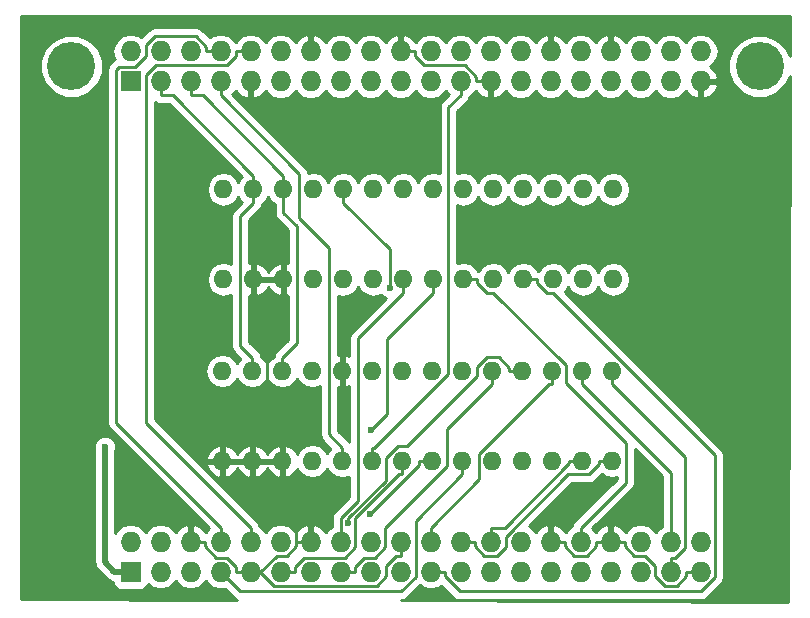
<source format=gbr>
G04 #@! TF.FileFunction,Copper,L2,Bot,Signal*
%FSLAX46Y46*%
G04 Gerber Fmt 4.6, Leading zero omitted, Abs format (unit mm)*
G04 Created by KiCad (PCBNEW 4.0.1-3.201512221401+6198~38~ubuntu15.10.1-stable) date Mon 19 Dec 2016 04:42:47 PM PST*
%MOMM*%
G01*
G04 APERTURE LIST*
%ADD10C,0.100000*%
%ADD11C,4.064000*%
%ADD12R,1.727200X1.727200*%
%ADD13O,1.727200X1.727200*%
%ADD14O,1.600000X1.600000*%
%ADD15C,0.600000*%
%ADD16C,0.500000*%
%ADD17C,0.250000*%
%ADD18C,0.254000*%
G04 APERTURE END LIST*
D10*
D11*
X100000000Y-50000000D03*
D12*
X105000000Y-92795000D03*
D13*
X105000000Y-90255000D03*
X107540000Y-92795000D03*
X107540000Y-90255000D03*
X110080000Y-92795000D03*
X110080000Y-90255000D03*
X112620000Y-92795000D03*
X112620000Y-90255000D03*
X115160000Y-92795000D03*
X115160000Y-90255000D03*
X117700000Y-92795000D03*
X117700000Y-90255000D03*
X120240000Y-92795000D03*
X120240000Y-90255000D03*
X122780000Y-92795000D03*
X122780000Y-90255000D03*
X125320000Y-92795000D03*
X125320000Y-90255000D03*
X127860000Y-92795000D03*
X127860000Y-90255000D03*
X130400000Y-92795000D03*
X130400000Y-90255000D03*
X132940000Y-92795000D03*
X132940000Y-90255000D03*
X135480000Y-92795000D03*
X135480000Y-90255000D03*
X138020000Y-92795000D03*
X138020000Y-90255000D03*
X140560000Y-92795000D03*
X140560000Y-90255000D03*
X143100000Y-92795000D03*
X143100000Y-90255000D03*
X145640000Y-92795000D03*
X145640000Y-90255000D03*
X148180000Y-92795000D03*
X148180000Y-90255000D03*
X150720000Y-92795000D03*
X150720000Y-90255000D03*
X153260000Y-92795000D03*
X153260000Y-90255000D03*
D12*
X105000000Y-51275000D03*
D13*
X105000000Y-48735000D03*
X107540000Y-51275000D03*
X107540000Y-48735000D03*
X110080000Y-51275000D03*
X110080000Y-48735000D03*
X112620000Y-51275000D03*
X112620000Y-48735000D03*
X115160000Y-51275000D03*
X115160000Y-48735000D03*
X117700000Y-51275000D03*
X117700000Y-48735000D03*
X120240000Y-51275000D03*
X120240000Y-48735000D03*
X122780000Y-51275000D03*
X122780000Y-48735000D03*
X125320000Y-51275000D03*
X125320000Y-48735000D03*
X127860000Y-51275000D03*
X127860000Y-48735000D03*
X130400000Y-51275000D03*
X130400000Y-48735000D03*
X132940000Y-51275000D03*
X132940000Y-48735000D03*
X135480000Y-51275000D03*
X135480000Y-48735000D03*
X138020000Y-51275000D03*
X138020000Y-48735000D03*
X140560000Y-51275000D03*
X140560000Y-48735000D03*
X143100000Y-51275000D03*
X143100000Y-48735000D03*
X145640000Y-51275000D03*
X145640000Y-48735000D03*
X148180000Y-51275000D03*
X148180000Y-48735000D03*
X150720000Y-51275000D03*
X150720000Y-48735000D03*
X153260000Y-51275000D03*
X153260000Y-48735000D03*
D14*
X145890000Y-60430000D03*
X143350000Y-60430000D03*
X140810000Y-60430000D03*
X138270000Y-60430000D03*
X135730000Y-60430000D03*
X133190000Y-60430000D03*
X130650000Y-60430000D03*
X128110000Y-60430000D03*
X125570000Y-60430000D03*
X123030000Y-60430000D03*
X120490000Y-60430000D03*
X117950000Y-60430000D03*
X115410000Y-60430000D03*
X112870000Y-60430000D03*
X112870000Y-68050000D03*
X115410000Y-68050000D03*
X117950000Y-68050000D03*
X120490000Y-68050000D03*
X123030000Y-68050000D03*
X125570000Y-68050000D03*
X128110000Y-68050000D03*
X130650000Y-68050000D03*
X133190000Y-68050000D03*
X135730000Y-68050000D03*
X138270000Y-68050000D03*
X140810000Y-68050000D03*
X143350000Y-68050000D03*
X145890000Y-68050000D03*
X145785000Y-75810000D03*
X143245000Y-75810000D03*
X140705000Y-75810000D03*
X138165000Y-75810000D03*
X135625000Y-75810000D03*
X133085000Y-75810000D03*
X130545000Y-75810000D03*
X128005000Y-75810000D03*
X125465000Y-75810000D03*
X122925000Y-75810000D03*
X120385000Y-75810000D03*
X117845000Y-75810000D03*
X115305000Y-75810000D03*
X112765000Y-75810000D03*
X112765000Y-83430000D03*
X115305000Y-83430000D03*
X117845000Y-83430000D03*
X120385000Y-83430000D03*
X122925000Y-83430000D03*
X125465000Y-83430000D03*
X128005000Y-83430000D03*
X130545000Y-83430000D03*
X133085000Y-83430000D03*
X135625000Y-83430000D03*
X138165000Y-83430000D03*
X140705000Y-83430000D03*
X143245000Y-83430000D03*
X145785000Y-83430000D03*
D11*
X158260000Y-50000000D03*
D15*
X102830000Y-82210000D03*
X126968400Y-68753600D03*
X125274800Y-87935100D03*
X123414700Y-88637300D03*
X125328400Y-80832200D03*
D16*
X102830000Y-91988600D02*
X102830000Y-82210000D01*
X103636000Y-92795000D02*
X102830000Y-91988600D01*
X105000000Y-92795000D02*
X103636000Y-92795000D01*
D17*
X126968400Y-65493700D02*
X126968400Y-68753600D01*
X123030000Y-61555300D02*
X126968400Y-65493700D01*
X123030000Y-60430000D02*
X123030000Y-61555300D01*
X146828900Y-90626600D02*
X146828900Y-90255000D01*
X147646200Y-91443900D02*
X146828900Y-90626600D01*
X148532200Y-91443900D02*
X147646200Y-91443900D01*
X149369000Y-92280700D02*
X148532200Y-91443900D01*
X149369000Y-93130500D02*
X149369000Y-92280700D01*
X150223400Y-93984900D02*
X149369000Y-93130500D01*
X151252700Y-93984900D02*
X150223400Y-93984900D01*
X152071100Y-93166500D02*
X151252700Y-93984900D01*
X152071100Y-92795000D02*
X152071100Y-93166500D01*
X153260000Y-92795000D02*
X152071100Y-92795000D01*
X146228600Y-90255000D02*
X146828900Y-90255000D01*
X146228600Y-90255000D02*
X145640000Y-90255000D01*
X141748900Y-90626600D02*
X141748900Y-90255000D01*
X142566200Y-91443900D02*
X141748900Y-90626600D01*
X143633700Y-91443900D02*
X142566200Y-91443900D01*
X144451100Y-90626500D02*
X143633700Y-91443900D01*
X144451100Y-90255000D02*
X144451100Y-90626500D01*
X145640000Y-90255000D02*
X144451100Y-90255000D01*
X140560000Y-90255000D02*
X141748900Y-90255000D01*
X129048900Y-49106600D02*
X129048900Y-48735000D01*
X129866200Y-49923900D02*
X129048900Y-49106600D01*
X133311600Y-49923900D02*
X129866200Y-49923900D01*
X134291100Y-50903400D02*
X133311600Y-49923900D01*
X134291100Y-51275000D02*
X134291100Y-50903400D01*
X135480000Y-51275000D02*
X134291100Y-51275000D01*
X127860000Y-48735000D02*
X129048900Y-48735000D01*
X110080000Y-90255000D02*
X111268900Y-90255000D01*
X127860000Y-90255000D02*
X127860000Y-91443900D01*
X111268900Y-90626600D02*
X111268900Y-90255000D01*
X112248400Y-91606100D02*
X111268900Y-90626600D01*
X113153800Y-91606100D02*
X112248400Y-91606100D01*
X113971100Y-92423400D02*
X113153800Y-91606100D01*
X113971100Y-92795000D02*
X113971100Y-92423400D01*
X115160000Y-92795000D02*
X115748600Y-92795000D01*
X115160000Y-92795000D02*
X113971100Y-92795000D01*
X120240000Y-90255000D02*
X119051100Y-90255000D01*
X117123300Y-93983900D02*
X115976500Y-92837100D01*
X125856300Y-93983900D02*
X117123300Y-93983900D01*
X126671100Y-93169100D02*
X125856300Y-93983900D01*
X126671100Y-92272500D02*
X126671100Y-93169100D01*
X127499700Y-91443900D02*
X126671100Y-92272500D01*
X127860000Y-91443900D02*
X127499700Y-91443900D01*
X115790700Y-92837100D02*
X115976500Y-92837100D01*
X115748600Y-92795000D02*
X115790700Y-92837100D01*
X119051100Y-90626600D02*
X119051100Y-90255000D01*
X118233800Y-91443900D02*
X119051100Y-90626600D01*
X117369700Y-91443900D02*
X118233800Y-91443900D01*
X115976500Y-92837100D02*
X117369700Y-91443900D01*
X119051100Y-85761400D02*
X119051100Y-90255000D01*
X117845000Y-84555300D02*
X119051100Y-85761400D01*
X117845000Y-83992600D02*
X117845000Y-84555300D01*
X117845000Y-83992600D02*
X117845000Y-83430000D01*
X116535300Y-70300600D02*
X115410000Y-69175300D01*
X116535300Y-80995000D02*
X116535300Y-70300600D01*
X117845000Y-82304700D02*
X116535300Y-80995000D01*
X117845000Y-83430000D02*
X117845000Y-82304700D01*
X115410000Y-68050000D02*
X115410000Y-69175300D01*
X114278200Y-94453200D02*
X112620000Y-92795000D01*
X127899500Y-94453200D02*
X114278200Y-94453200D01*
X129130000Y-93222700D02*
X127899500Y-94453200D01*
X129130000Y-88510300D02*
X129130000Y-93222700D01*
X133085000Y-84555300D02*
X129130000Y-88510300D01*
X133085000Y-83430000D02*
X133085000Y-84555300D01*
X103770600Y-80216700D02*
X112620000Y-89066100D01*
X103770600Y-50297700D02*
X103770600Y-80216700D01*
X103982300Y-50086000D02*
X103770600Y-50297700D01*
X105388800Y-50086000D02*
X103982300Y-50086000D01*
X106301800Y-49173000D02*
X105388800Y-50086000D01*
X106301800Y-48241100D02*
X106301800Y-49173000D01*
X107085500Y-47457400D02*
X106301800Y-48241100D01*
X110525000Y-47457400D02*
X107085500Y-47457400D01*
X111431100Y-48363500D02*
X110525000Y-47457400D01*
X111431100Y-48735000D02*
X111431100Y-48363500D01*
X112620000Y-48735000D02*
X111431100Y-48735000D01*
X112620000Y-90255000D02*
X112620000Y-89066100D01*
X106301600Y-80207700D02*
X115160000Y-89066100D01*
X106301600Y-50775400D02*
X106301600Y-80207700D01*
X107153100Y-49923900D02*
X106301600Y-50775400D01*
X113153800Y-49923900D02*
X107153100Y-49923900D01*
X113971100Y-49106600D02*
X113153800Y-49923900D01*
X113971100Y-48735000D02*
X113971100Y-49106600D01*
X115160000Y-48735000D02*
X113971100Y-48735000D01*
X115160000Y-90255000D02*
X115160000Y-89066100D01*
X128005000Y-83430000D02*
X128005000Y-84555300D01*
X117700000Y-92795000D02*
X118888900Y-92795000D01*
X118888900Y-92423400D02*
X118888900Y-92795000D01*
X119706200Y-91606100D02*
X118888900Y-92423400D01*
X123121900Y-91606100D02*
X119706200Y-91606100D01*
X124040000Y-90688000D02*
X123121900Y-91606100D01*
X124040000Y-88285600D02*
X124040000Y-90688000D01*
X127770300Y-84555300D02*
X124040000Y-88285600D01*
X128005000Y-84555300D02*
X127770300Y-84555300D01*
X129419700Y-83790200D02*
X125274800Y-87935100D01*
X129419700Y-83430000D02*
X129419700Y-83790200D01*
X130545000Y-83430000D02*
X129419700Y-83430000D01*
X138165000Y-75810000D02*
X137039700Y-75810000D01*
X123414700Y-88274000D02*
X123414700Y-88637300D01*
X126590400Y-85098300D02*
X123414700Y-88274000D01*
X126590400Y-83210900D02*
X126590400Y-85098300D01*
X127685900Y-82115400D02*
X126590400Y-83210900D01*
X128447100Y-82115400D02*
X127685900Y-82115400D01*
X134355000Y-76207500D02*
X128447100Y-82115400D01*
X134355000Y-75479600D02*
X134355000Y-76207500D01*
X135184300Y-74650300D02*
X134355000Y-75479600D01*
X136161300Y-74650300D02*
X135184300Y-74650300D01*
X137039700Y-75528700D02*
X136161300Y-74650300D01*
X137039700Y-75810000D02*
X137039700Y-75528700D01*
X123968900Y-92423400D02*
X123968900Y-92795000D01*
X124786200Y-91606100D02*
X123968900Y-92423400D01*
X125695000Y-91606100D02*
X124786200Y-91606100D01*
X126562900Y-90738200D02*
X125695000Y-91606100D01*
X126562900Y-89059000D02*
X126562900Y-90738200D01*
X131815000Y-83806900D02*
X126562900Y-89059000D01*
X131815000Y-80745300D02*
X131815000Y-83806900D01*
X135625000Y-76935300D02*
X131815000Y-80745300D01*
X135625000Y-75810000D02*
X135625000Y-76935300D01*
X122780000Y-92795000D02*
X123968900Y-92795000D01*
X128110000Y-68050000D02*
X128110000Y-69175300D01*
X122780000Y-90255000D02*
X122780000Y-89066100D01*
X122780000Y-88271800D02*
X122780000Y-89066100D01*
X124282000Y-86769800D02*
X122780000Y-88271800D01*
X124282000Y-73003300D02*
X124282000Y-86769800D01*
X128110000Y-69175300D02*
X124282000Y-73003300D01*
X126735000Y-79425600D02*
X125328400Y-80832200D01*
X126735000Y-73090300D02*
X126735000Y-79425600D01*
X130650000Y-69175300D02*
X126735000Y-73090300D01*
X130650000Y-68050000D02*
X130650000Y-69175300D01*
X131588900Y-93166500D02*
X131588900Y-92795000D01*
X132873300Y-94450900D02*
X131588900Y-93166500D01*
X153305700Y-94450900D02*
X132873300Y-94450900D01*
X154479700Y-93276900D02*
X153305700Y-94450900D01*
X154479700Y-82912000D02*
X154479700Y-93276900D01*
X140743000Y-69175300D02*
X154479700Y-82912000D01*
X140239200Y-69175300D02*
X140743000Y-69175300D01*
X139395300Y-68331400D02*
X140239200Y-69175300D01*
X139395300Y-68050000D02*
X139395300Y-68331400D01*
X138270000Y-68050000D02*
X139395300Y-68050000D01*
X130400000Y-92795000D02*
X131588900Y-92795000D01*
X140705000Y-75810000D02*
X140705000Y-76935300D01*
X134499600Y-84966500D02*
X130400000Y-89066100D01*
X134499600Y-82859400D02*
X134499600Y-84966500D01*
X140423700Y-76935300D02*
X134499600Y-82859400D01*
X140705000Y-76935300D02*
X140423700Y-76935300D01*
X130400000Y-90255000D02*
X130400000Y-89066100D01*
X134128900Y-90626600D02*
X134128900Y-90255000D01*
X134946200Y-91443900D02*
X134128900Y-90626600D01*
X136029100Y-91443900D02*
X134946200Y-91443900D01*
X136750000Y-90723000D02*
X136029100Y-91443900D01*
X136750000Y-89838300D02*
X136750000Y-90723000D01*
X142033000Y-84555300D02*
X136750000Y-89838300D01*
X143815800Y-84555300D02*
X142033000Y-84555300D01*
X144659700Y-83711400D02*
X143815800Y-84555300D01*
X144659700Y-83430000D02*
X144659700Y-83711400D01*
X145785000Y-83430000D02*
X144659700Y-83430000D01*
X132940000Y-90255000D02*
X134128900Y-90255000D01*
X136668900Y-89066100D02*
X135480000Y-89066100D01*
X142119700Y-83615300D02*
X136668900Y-89066100D01*
X142119700Y-83430000D02*
X142119700Y-83615300D01*
X143245000Y-83430000D02*
X142119700Y-83430000D01*
X135480000Y-90255000D02*
X135480000Y-89066100D01*
X133190000Y-68050000D02*
X134315300Y-68050000D01*
X143100000Y-90255000D02*
X143100000Y-89066100D01*
X146917000Y-85249100D02*
X143100000Y-89066100D01*
X146917000Y-81881000D02*
X146917000Y-85249100D01*
X141830400Y-76794400D02*
X146917000Y-81881000D01*
X141830400Y-75293200D02*
X141830400Y-76794400D01*
X135712500Y-69175300D02*
X141830400Y-75293200D01*
X135159200Y-69175300D02*
X135712500Y-69175300D01*
X134315300Y-68331400D02*
X135159200Y-69175300D01*
X134315300Y-68050000D02*
X134315300Y-68331400D01*
X145785000Y-75810000D02*
X145785000Y-76935300D01*
X150720000Y-92795000D02*
X150720000Y-91606100D01*
X151091600Y-91606100D02*
X150720000Y-91606100D01*
X151908900Y-90788800D02*
X151091600Y-91606100D01*
X151908900Y-83059200D02*
X151908900Y-90788800D01*
X145785000Y-76935300D02*
X151908900Y-83059200D01*
X150720000Y-84410300D02*
X150720000Y-90255000D01*
X143245000Y-76935300D02*
X150720000Y-84410300D01*
X143245000Y-75810000D02*
X143245000Y-76935300D01*
X108569200Y-52463900D02*
X107540000Y-52463900D01*
X115410000Y-59304700D02*
X108569200Y-52463900D01*
X115410000Y-60430000D02*
X115410000Y-59304700D01*
X107540000Y-51275000D02*
X107540000Y-52463900D01*
X114284700Y-62680600D02*
X115410000Y-61555300D01*
X114284700Y-73664400D02*
X114284700Y-62680600D01*
X115305000Y-74684700D02*
X114284700Y-73664400D01*
X115410000Y-60430000D02*
X115410000Y-61555300D01*
X115305000Y-75810000D02*
X115305000Y-74684700D01*
X117845000Y-75810000D02*
X117845000Y-74684700D01*
X117950000Y-60992600D02*
X117950000Y-61555300D01*
X117950000Y-60992600D02*
X117950000Y-60430000D01*
X119075300Y-73454400D02*
X117845000Y-74684700D01*
X119075300Y-63529700D02*
X119075300Y-73454400D01*
X117950000Y-62404400D02*
X119075300Y-63529700D01*
X117950000Y-61555300D02*
X117950000Y-62404400D01*
X111109200Y-52463900D02*
X117950000Y-59304700D01*
X110080000Y-52463900D02*
X111109200Y-52463900D01*
X117950000Y-60430000D02*
X117950000Y-59304700D01*
X110080000Y-51275000D02*
X110080000Y-52463900D01*
X121799700Y-81179400D02*
X122925000Y-82304700D01*
X121799700Y-65391900D02*
X121799700Y-81179400D01*
X119300400Y-62892600D02*
X121799700Y-65391900D01*
X119300400Y-59144300D02*
X119300400Y-62892600D01*
X112620000Y-52463900D02*
X119300400Y-59144300D01*
X112620000Y-51275000D02*
X112620000Y-52463900D01*
X122925000Y-83430000D02*
X122925000Y-82304700D01*
X125465000Y-83430000D02*
X125465000Y-82304700D01*
X132940000Y-51275000D02*
X132940000Y-52463900D01*
X125655600Y-82304700D02*
X125465000Y-82304700D01*
X131920000Y-76040300D02*
X125655600Y-82304700D01*
X131920000Y-53483900D02*
X131920000Y-76040300D01*
X132940000Y-52463900D02*
X131920000Y-53483900D01*
D18*
G36*
X160804233Y-49173591D02*
X160522291Y-48491239D01*
X159772707Y-47740345D01*
X158792827Y-47333464D01*
X157731828Y-47332538D01*
X156751239Y-47737709D01*
X156000345Y-48487293D01*
X155593464Y-49467173D01*
X155592538Y-50528172D01*
X155997709Y-51508761D01*
X156747293Y-52259655D01*
X157727173Y-52666536D01*
X158788172Y-52667462D01*
X159768761Y-52262291D01*
X160519655Y-51512707D01*
X160800237Y-50836990D01*
X160693306Y-95342495D01*
X127905306Y-95212045D01*
X128190339Y-95155348D01*
X128436901Y-94990601D01*
X129467945Y-93959557D01*
X129797152Y-94179526D01*
X130370641Y-94293600D01*
X130429359Y-94293600D01*
X131002848Y-94179526D01*
X131317128Y-93969530D01*
X132335899Y-94988301D01*
X132582461Y-95153048D01*
X132873300Y-95210900D01*
X153305700Y-95210900D01*
X153596539Y-95153048D01*
X153843101Y-94988301D01*
X155017101Y-93814301D01*
X155181848Y-93567739D01*
X155239700Y-93276900D01*
X155239700Y-82912000D01*
X155181848Y-82621161D01*
X155181848Y-82621160D01*
X155017101Y-82374599D01*
X141771116Y-69128614D01*
X141824698Y-69092811D01*
X142080000Y-68710725D01*
X142335302Y-69092811D01*
X142800849Y-69403880D01*
X143350000Y-69513113D01*
X143899151Y-69403880D01*
X144364698Y-69092811D01*
X144620000Y-68710725D01*
X144875302Y-69092811D01*
X145340849Y-69403880D01*
X145890000Y-69513113D01*
X146439151Y-69403880D01*
X146904698Y-69092811D01*
X147215767Y-68627264D01*
X147325000Y-68078113D01*
X147325000Y-68021887D01*
X147215767Y-67472736D01*
X146904698Y-67007189D01*
X146439151Y-66696120D01*
X145890000Y-66586887D01*
X145340849Y-66696120D01*
X144875302Y-67007189D01*
X144620000Y-67389275D01*
X144364698Y-67007189D01*
X143899151Y-66696120D01*
X143350000Y-66586887D01*
X142800849Y-66696120D01*
X142335302Y-67007189D01*
X142080000Y-67389275D01*
X141824698Y-67007189D01*
X141359151Y-66696120D01*
X140810000Y-66586887D01*
X140260849Y-66696120D01*
X139795302Y-67007189D01*
X139581576Y-67327053D01*
X139485679Y-67307978D01*
X139284698Y-67007189D01*
X138819151Y-66696120D01*
X138270000Y-66586887D01*
X137720849Y-66696120D01*
X137255302Y-67007189D01*
X137000000Y-67389275D01*
X136744698Y-67007189D01*
X136279151Y-66696120D01*
X135730000Y-66586887D01*
X135180849Y-66696120D01*
X134715302Y-67007189D01*
X134501576Y-67327053D01*
X134405679Y-67307978D01*
X134204698Y-67007189D01*
X133739151Y-66696120D01*
X133190000Y-66586887D01*
X132680000Y-66688332D01*
X132680000Y-61791668D01*
X133190000Y-61893113D01*
X133739151Y-61783880D01*
X134204698Y-61472811D01*
X134460000Y-61090725D01*
X134715302Y-61472811D01*
X135180849Y-61783880D01*
X135730000Y-61893113D01*
X136279151Y-61783880D01*
X136744698Y-61472811D01*
X137000000Y-61090725D01*
X137255302Y-61472811D01*
X137720849Y-61783880D01*
X138270000Y-61893113D01*
X138819151Y-61783880D01*
X139284698Y-61472811D01*
X139540000Y-61090725D01*
X139795302Y-61472811D01*
X140260849Y-61783880D01*
X140810000Y-61893113D01*
X141359151Y-61783880D01*
X141824698Y-61472811D01*
X142080000Y-61090725D01*
X142335302Y-61472811D01*
X142800849Y-61783880D01*
X143350000Y-61893113D01*
X143899151Y-61783880D01*
X144364698Y-61472811D01*
X144620000Y-61090725D01*
X144875302Y-61472811D01*
X145340849Y-61783880D01*
X145890000Y-61893113D01*
X146439151Y-61783880D01*
X146904698Y-61472811D01*
X147215767Y-61007264D01*
X147325000Y-60458113D01*
X147325000Y-60401887D01*
X147215767Y-59852736D01*
X146904698Y-59387189D01*
X146439151Y-59076120D01*
X145890000Y-58966887D01*
X145340849Y-59076120D01*
X144875302Y-59387189D01*
X144620000Y-59769275D01*
X144364698Y-59387189D01*
X143899151Y-59076120D01*
X143350000Y-58966887D01*
X142800849Y-59076120D01*
X142335302Y-59387189D01*
X142080000Y-59769275D01*
X141824698Y-59387189D01*
X141359151Y-59076120D01*
X140810000Y-58966887D01*
X140260849Y-59076120D01*
X139795302Y-59387189D01*
X139540000Y-59769275D01*
X139284698Y-59387189D01*
X138819151Y-59076120D01*
X138270000Y-58966887D01*
X137720849Y-59076120D01*
X137255302Y-59387189D01*
X137000000Y-59769275D01*
X136744698Y-59387189D01*
X136279151Y-59076120D01*
X135730000Y-58966887D01*
X135180849Y-59076120D01*
X134715302Y-59387189D01*
X134460000Y-59769275D01*
X134204698Y-59387189D01*
X133739151Y-59076120D01*
X133190000Y-58966887D01*
X132680000Y-59068332D01*
X132680000Y-53798702D01*
X133477401Y-53001301D01*
X133642148Y-52754739D01*
X133679211Y-52568411D01*
X134029029Y-52334670D01*
X134209992Y-52063839D01*
X134591510Y-52481821D01*
X135120973Y-52729968D01*
X135353000Y-52609469D01*
X135353000Y-51402000D01*
X135333000Y-51402000D01*
X135333000Y-51148000D01*
X135353000Y-51148000D01*
X135353000Y-51128000D01*
X135607000Y-51128000D01*
X135607000Y-51148000D01*
X135627000Y-51148000D01*
X135627000Y-51402000D01*
X135607000Y-51402000D01*
X135607000Y-52609469D01*
X135839027Y-52729968D01*
X136368490Y-52481821D01*
X136750008Y-52063839D01*
X136930971Y-52334670D01*
X137417152Y-52659526D01*
X137990641Y-52773600D01*
X138049359Y-52773600D01*
X138622848Y-52659526D01*
X139109029Y-52334670D01*
X139290000Y-52063828D01*
X139470971Y-52334670D01*
X139957152Y-52659526D01*
X140530641Y-52773600D01*
X140589359Y-52773600D01*
X141162848Y-52659526D01*
X141649029Y-52334670D01*
X141830000Y-52063828D01*
X142010971Y-52334670D01*
X142497152Y-52659526D01*
X143070641Y-52773600D01*
X143129359Y-52773600D01*
X143702848Y-52659526D01*
X144189029Y-52334670D01*
X144370000Y-52063828D01*
X144550971Y-52334670D01*
X145037152Y-52659526D01*
X145610641Y-52773600D01*
X145669359Y-52773600D01*
X146242848Y-52659526D01*
X146729029Y-52334670D01*
X146910000Y-52063828D01*
X147090971Y-52334670D01*
X147577152Y-52659526D01*
X148150641Y-52773600D01*
X148209359Y-52773600D01*
X148782848Y-52659526D01*
X149269029Y-52334670D01*
X149450000Y-52063828D01*
X149630971Y-52334670D01*
X150117152Y-52659526D01*
X150690641Y-52773600D01*
X150749359Y-52773600D01*
X151322848Y-52659526D01*
X151809029Y-52334670D01*
X151989992Y-52063839D01*
X152371510Y-52481821D01*
X152900973Y-52729968D01*
X153133000Y-52609469D01*
X153133000Y-51402000D01*
X153387000Y-51402000D01*
X153387000Y-52609469D01*
X153619027Y-52729968D01*
X154148490Y-52481821D01*
X154542688Y-52049947D01*
X154714958Y-51634026D01*
X154593817Y-51402000D01*
X153387000Y-51402000D01*
X153133000Y-51402000D01*
X153113000Y-51402000D01*
X153113000Y-51148000D01*
X153133000Y-51148000D01*
X153133000Y-51128000D01*
X153387000Y-51128000D01*
X153387000Y-51148000D01*
X154593817Y-51148000D01*
X154714958Y-50915974D01*
X154542688Y-50500053D01*
X154148490Y-50068179D01*
X154025772Y-50010664D01*
X154349029Y-49794670D01*
X154673885Y-49308489D01*
X154787959Y-48735000D01*
X154673885Y-48161511D01*
X154349029Y-47675330D01*
X153862848Y-47350474D01*
X153289359Y-47236400D01*
X153230641Y-47236400D01*
X152657152Y-47350474D01*
X152170971Y-47675330D01*
X151990000Y-47946172D01*
X151809029Y-47675330D01*
X151322848Y-47350474D01*
X150749359Y-47236400D01*
X150690641Y-47236400D01*
X150117152Y-47350474D01*
X149630971Y-47675330D01*
X149450000Y-47946172D01*
X149269029Y-47675330D01*
X148782848Y-47350474D01*
X148209359Y-47236400D01*
X148150641Y-47236400D01*
X147577152Y-47350474D01*
X147090971Y-47675330D01*
X146910008Y-47946161D01*
X146528490Y-47528179D01*
X145999027Y-47280032D01*
X145767000Y-47400531D01*
X145767000Y-48608000D01*
X145787000Y-48608000D01*
X145787000Y-48862000D01*
X145767000Y-48862000D01*
X145767000Y-48882000D01*
X145513000Y-48882000D01*
X145513000Y-48862000D01*
X145493000Y-48862000D01*
X145493000Y-48608000D01*
X145513000Y-48608000D01*
X145513000Y-47400531D01*
X145280973Y-47280032D01*
X144751510Y-47528179D01*
X144369992Y-47946161D01*
X144189029Y-47675330D01*
X143702848Y-47350474D01*
X143129359Y-47236400D01*
X143070641Y-47236400D01*
X142497152Y-47350474D01*
X142010971Y-47675330D01*
X141830008Y-47946161D01*
X141448490Y-47528179D01*
X140919027Y-47280032D01*
X140687000Y-47400531D01*
X140687000Y-48608000D01*
X140707000Y-48608000D01*
X140707000Y-48862000D01*
X140687000Y-48862000D01*
X140687000Y-48882000D01*
X140433000Y-48882000D01*
X140433000Y-48862000D01*
X140413000Y-48862000D01*
X140413000Y-48608000D01*
X140433000Y-48608000D01*
X140433000Y-47400531D01*
X140200973Y-47280032D01*
X139671510Y-47528179D01*
X139289992Y-47946161D01*
X139109029Y-47675330D01*
X138622848Y-47350474D01*
X138049359Y-47236400D01*
X137990641Y-47236400D01*
X137417152Y-47350474D01*
X136930971Y-47675330D01*
X136750000Y-47946172D01*
X136569029Y-47675330D01*
X136082848Y-47350474D01*
X135509359Y-47236400D01*
X135450641Y-47236400D01*
X134877152Y-47350474D01*
X134390971Y-47675330D01*
X134210000Y-47946172D01*
X134029029Y-47675330D01*
X133542848Y-47350474D01*
X132969359Y-47236400D01*
X132910641Y-47236400D01*
X132337152Y-47350474D01*
X131850971Y-47675330D01*
X131670000Y-47946172D01*
X131489029Y-47675330D01*
X131002848Y-47350474D01*
X130429359Y-47236400D01*
X130370641Y-47236400D01*
X129797152Y-47350474D01*
X129310971Y-47675330D01*
X129130008Y-47946161D01*
X128748490Y-47528179D01*
X128219027Y-47280032D01*
X127987000Y-47400531D01*
X127987000Y-48608000D01*
X128007000Y-48608000D01*
X128007000Y-48862000D01*
X127987000Y-48862000D01*
X127987000Y-48882000D01*
X127733000Y-48882000D01*
X127733000Y-48862000D01*
X127713000Y-48862000D01*
X127713000Y-48608000D01*
X127733000Y-48608000D01*
X127733000Y-47400531D01*
X127500973Y-47280032D01*
X126971510Y-47528179D01*
X126589992Y-47946161D01*
X126409029Y-47675330D01*
X125922848Y-47350474D01*
X125349359Y-47236400D01*
X125290641Y-47236400D01*
X124717152Y-47350474D01*
X124230971Y-47675330D01*
X124050000Y-47946172D01*
X123869029Y-47675330D01*
X123382848Y-47350474D01*
X122809359Y-47236400D01*
X122750641Y-47236400D01*
X122177152Y-47350474D01*
X121690971Y-47675330D01*
X121510008Y-47946161D01*
X121128490Y-47528179D01*
X120599027Y-47280032D01*
X120367000Y-47400531D01*
X120367000Y-48608000D01*
X120387000Y-48608000D01*
X120387000Y-48862000D01*
X120367000Y-48862000D01*
X120367000Y-48882000D01*
X120113000Y-48882000D01*
X120113000Y-48862000D01*
X120093000Y-48862000D01*
X120093000Y-48608000D01*
X120113000Y-48608000D01*
X120113000Y-47400531D01*
X119880973Y-47280032D01*
X119351510Y-47528179D01*
X118969992Y-47946161D01*
X118789029Y-47675330D01*
X118302848Y-47350474D01*
X117729359Y-47236400D01*
X117670641Y-47236400D01*
X117097152Y-47350474D01*
X116610971Y-47675330D01*
X116430000Y-47946172D01*
X116249029Y-47675330D01*
X115762848Y-47350474D01*
X115189359Y-47236400D01*
X115130641Y-47236400D01*
X114557152Y-47350474D01*
X114070971Y-47675330D01*
X113890000Y-47946172D01*
X113709029Y-47675330D01*
X113222848Y-47350474D01*
X112649359Y-47236400D01*
X112590641Y-47236400D01*
X112017152Y-47350474D01*
X111702872Y-47560470D01*
X111062401Y-46919999D01*
X110815839Y-46755252D01*
X110525000Y-46697400D01*
X107085500Y-46697400D01*
X106794660Y-46755252D01*
X106548099Y-46919999D01*
X105911434Y-47556664D01*
X105602848Y-47350474D01*
X105029359Y-47236400D01*
X104970641Y-47236400D01*
X104397152Y-47350474D01*
X103910971Y-47675330D01*
X103586115Y-48161511D01*
X103472041Y-48735000D01*
X103586115Y-49308489D01*
X103653444Y-49409254D01*
X103444899Y-49548599D01*
X103233199Y-49760299D01*
X103068452Y-50006861D01*
X103010600Y-50297700D01*
X103010600Y-80216700D01*
X103068452Y-80507539D01*
X103233199Y-80754101D01*
X111616967Y-89137870D01*
X111530971Y-89195330D01*
X111350008Y-89466161D01*
X110968490Y-89048179D01*
X110439027Y-88800032D01*
X110207000Y-88920531D01*
X110207000Y-90128000D01*
X110227000Y-90128000D01*
X110227000Y-90382000D01*
X110207000Y-90382000D01*
X110207000Y-90402000D01*
X109953000Y-90402000D01*
X109953000Y-90382000D01*
X109933000Y-90382000D01*
X109933000Y-90128000D01*
X109953000Y-90128000D01*
X109953000Y-88920531D01*
X109720973Y-88800032D01*
X109191510Y-89048179D01*
X108809992Y-89466161D01*
X108629029Y-89195330D01*
X108142848Y-88870474D01*
X107569359Y-88756400D01*
X107510641Y-88756400D01*
X106937152Y-88870474D01*
X106450971Y-89195330D01*
X106270000Y-89466172D01*
X106089029Y-89195330D01*
X105602848Y-88870474D01*
X105029359Y-88756400D01*
X104970641Y-88756400D01*
X104397152Y-88870474D01*
X103910971Y-89195330D01*
X103715000Y-89488621D01*
X103715000Y-82516822D01*
X103764838Y-82396799D01*
X103765162Y-82024833D01*
X103623117Y-81681057D01*
X103360327Y-81417808D01*
X103016799Y-81275162D01*
X102644833Y-81274838D01*
X102301057Y-81416883D01*
X102037808Y-81679673D01*
X101895162Y-82023201D01*
X101894838Y-82395167D01*
X101945000Y-82516569D01*
X101945000Y-91988375D01*
X101944999Y-91988380D01*
X101945000Y-91988385D01*
X101945000Y-91988600D01*
X101978306Y-92156041D01*
X102012283Y-92327072D01*
X102012345Y-92327165D01*
X102012367Y-92327275D01*
X102108988Y-92471879D01*
X102204055Y-92614234D01*
X102204208Y-92614387D01*
X102204210Y-92614390D01*
X102204213Y-92614392D01*
X103010055Y-93420634D01*
X103010147Y-93420695D01*
X103010210Y-93420790D01*
X103155618Y-93517948D01*
X103297123Y-93612549D01*
X103297232Y-93612571D01*
X103297325Y-93612633D01*
X103464652Y-93645917D01*
X103488960Y-93650758D01*
X103488960Y-93658600D01*
X103533238Y-93893917D01*
X103672310Y-94110041D01*
X103884510Y-94255031D01*
X104136400Y-94306040D01*
X105863600Y-94306040D01*
X106098917Y-94261762D01*
X106315041Y-94122690D01*
X106460031Y-93910490D01*
X106468908Y-93866655D01*
X106937152Y-94179526D01*
X107510641Y-94293600D01*
X107569359Y-94293600D01*
X108142848Y-94179526D01*
X108629029Y-93854670D01*
X108810000Y-93583828D01*
X108990971Y-93854670D01*
X109477152Y-94179526D01*
X110050641Y-94293600D01*
X110109359Y-94293600D01*
X110682848Y-94179526D01*
X111169029Y-93854670D01*
X111350000Y-93583828D01*
X111530971Y-93854670D01*
X112017152Y-94179526D01*
X112590641Y-94293600D01*
X112649359Y-94293600D01*
X112978356Y-94228158D01*
X113740799Y-94990601D01*
X113987361Y-95155348D01*
X113994150Y-95156698D01*
X95710000Y-95083953D01*
X95710000Y-50528172D01*
X97332538Y-50528172D01*
X97737709Y-51508761D01*
X98487293Y-52259655D01*
X99467173Y-52666536D01*
X100528172Y-52667462D01*
X101508761Y-52262291D01*
X102259655Y-51512707D01*
X102666536Y-50532827D01*
X102667462Y-49471828D01*
X102262291Y-48491239D01*
X101512707Y-47740345D01*
X100532827Y-47333464D01*
X99471828Y-47332538D01*
X98491239Y-47737709D01*
X97740345Y-48487293D01*
X97333464Y-49467173D01*
X97332538Y-50528172D01*
X95710000Y-50528172D01*
X95710000Y-48466007D01*
X95716662Y-45710000D01*
X160812555Y-45710000D01*
X160804233Y-49173591D01*
X160804233Y-49173591D01*
G37*
X160804233Y-49173591D02*
X160522291Y-48491239D01*
X159772707Y-47740345D01*
X158792827Y-47333464D01*
X157731828Y-47332538D01*
X156751239Y-47737709D01*
X156000345Y-48487293D01*
X155593464Y-49467173D01*
X155592538Y-50528172D01*
X155997709Y-51508761D01*
X156747293Y-52259655D01*
X157727173Y-52666536D01*
X158788172Y-52667462D01*
X159768761Y-52262291D01*
X160519655Y-51512707D01*
X160800237Y-50836990D01*
X160693306Y-95342495D01*
X127905306Y-95212045D01*
X128190339Y-95155348D01*
X128436901Y-94990601D01*
X129467945Y-93959557D01*
X129797152Y-94179526D01*
X130370641Y-94293600D01*
X130429359Y-94293600D01*
X131002848Y-94179526D01*
X131317128Y-93969530D01*
X132335899Y-94988301D01*
X132582461Y-95153048D01*
X132873300Y-95210900D01*
X153305700Y-95210900D01*
X153596539Y-95153048D01*
X153843101Y-94988301D01*
X155017101Y-93814301D01*
X155181848Y-93567739D01*
X155239700Y-93276900D01*
X155239700Y-82912000D01*
X155181848Y-82621161D01*
X155181848Y-82621160D01*
X155017101Y-82374599D01*
X141771116Y-69128614D01*
X141824698Y-69092811D01*
X142080000Y-68710725D01*
X142335302Y-69092811D01*
X142800849Y-69403880D01*
X143350000Y-69513113D01*
X143899151Y-69403880D01*
X144364698Y-69092811D01*
X144620000Y-68710725D01*
X144875302Y-69092811D01*
X145340849Y-69403880D01*
X145890000Y-69513113D01*
X146439151Y-69403880D01*
X146904698Y-69092811D01*
X147215767Y-68627264D01*
X147325000Y-68078113D01*
X147325000Y-68021887D01*
X147215767Y-67472736D01*
X146904698Y-67007189D01*
X146439151Y-66696120D01*
X145890000Y-66586887D01*
X145340849Y-66696120D01*
X144875302Y-67007189D01*
X144620000Y-67389275D01*
X144364698Y-67007189D01*
X143899151Y-66696120D01*
X143350000Y-66586887D01*
X142800849Y-66696120D01*
X142335302Y-67007189D01*
X142080000Y-67389275D01*
X141824698Y-67007189D01*
X141359151Y-66696120D01*
X140810000Y-66586887D01*
X140260849Y-66696120D01*
X139795302Y-67007189D01*
X139581576Y-67327053D01*
X139485679Y-67307978D01*
X139284698Y-67007189D01*
X138819151Y-66696120D01*
X138270000Y-66586887D01*
X137720849Y-66696120D01*
X137255302Y-67007189D01*
X137000000Y-67389275D01*
X136744698Y-67007189D01*
X136279151Y-66696120D01*
X135730000Y-66586887D01*
X135180849Y-66696120D01*
X134715302Y-67007189D01*
X134501576Y-67327053D01*
X134405679Y-67307978D01*
X134204698Y-67007189D01*
X133739151Y-66696120D01*
X133190000Y-66586887D01*
X132680000Y-66688332D01*
X132680000Y-61791668D01*
X133190000Y-61893113D01*
X133739151Y-61783880D01*
X134204698Y-61472811D01*
X134460000Y-61090725D01*
X134715302Y-61472811D01*
X135180849Y-61783880D01*
X135730000Y-61893113D01*
X136279151Y-61783880D01*
X136744698Y-61472811D01*
X137000000Y-61090725D01*
X137255302Y-61472811D01*
X137720849Y-61783880D01*
X138270000Y-61893113D01*
X138819151Y-61783880D01*
X139284698Y-61472811D01*
X139540000Y-61090725D01*
X139795302Y-61472811D01*
X140260849Y-61783880D01*
X140810000Y-61893113D01*
X141359151Y-61783880D01*
X141824698Y-61472811D01*
X142080000Y-61090725D01*
X142335302Y-61472811D01*
X142800849Y-61783880D01*
X143350000Y-61893113D01*
X143899151Y-61783880D01*
X144364698Y-61472811D01*
X144620000Y-61090725D01*
X144875302Y-61472811D01*
X145340849Y-61783880D01*
X145890000Y-61893113D01*
X146439151Y-61783880D01*
X146904698Y-61472811D01*
X147215767Y-61007264D01*
X147325000Y-60458113D01*
X147325000Y-60401887D01*
X147215767Y-59852736D01*
X146904698Y-59387189D01*
X146439151Y-59076120D01*
X145890000Y-58966887D01*
X145340849Y-59076120D01*
X144875302Y-59387189D01*
X144620000Y-59769275D01*
X144364698Y-59387189D01*
X143899151Y-59076120D01*
X143350000Y-58966887D01*
X142800849Y-59076120D01*
X142335302Y-59387189D01*
X142080000Y-59769275D01*
X141824698Y-59387189D01*
X141359151Y-59076120D01*
X140810000Y-58966887D01*
X140260849Y-59076120D01*
X139795302Y-59387189D01*
X139540000Y-59769275D01*
X139284698Y-59387189D01*
X138819151Y-59076120D01*
X138270000Y-58966887D01*
X137720849Y-59076120D01*
X137255302Y-59387189D01*
X137000000Y-59769275D01*
X136744698Y-59387189D01*
X136279151Y-59076120D01*
X135730000Y-58966887D01*
X135180849Y-59076120D01*
X134715302Y-59387189D01*
X134460000Y-59769275D01*
X134204698Y-59387189D01*
X133739151Y-59076120D01*
X133190000Y-58966887D01*
X132680000Y-59068332D01*
X132680000Y-53798702D01*
X133477401Y-53001301D01*
X133642148Y-52754739D01*
X133679211Y-52568411D01*
X134029029Y-52334670D01*
X134209992Y-52063839D01*
X134591510Y-52481821D01*
X135120973Y-52729968D01*
X135353000Y-52609469D01*
X135353000Y-51402000D01*
X135333000Y-51402000D01*
X135333000Y-51148000D01*
X135353000Y-51148000D01*
X135353000Y-51128000D01*
X135607000Y-51128000D01*
X135607000Y-51148000D01*
X135627000Y-51148000D01*
X135627000Y-51402000D01*
X135607000Y-51402000D01*
X135607000Y-52609469D01*
X135839027Y-52729968D01*
X136368490Y-52481821D01*
X136750008Y-52063839D01*
X136930971Y-52334670D01*
X137417152Y-52659526D01*
X137990641Y-52773600D01*
X138049359Y-52773600D01*
X138622848Y-52659526D01*
X139109029Y-52334670D01*
X139290000Y-52063828D01*
X139470971Y-52334670D01*
X139957152Y-52659526D01*
X140530641Y-52773600D01*
X140589359Y-52773600D01*
X141162848Y-52659526D01*
X141649029Y-52334670D01*
X141830000Y-52063828D01*
X142010971Y-52334670D01*
X142497152Y-52659526D01*
X143070641Y-52773600D01*
X143129359Y-52773600D01*
X143702848Y-52659526D01*
X144189029Y-52334670D01*
X144370000Y-52063828D01*
X144550971Y-52334670D01*
X145037152Y-52659526D01*
X145610641Y-52773600D01*
X145669359Y-52773600D01*
X146242848Y-52659526D01*
X146729029Y-52334670D01*
X146910000Y-52063828D01*
X147090971Y-52334670D01*
X147577152Y-52659526D01*
X148150641Y-52773600D01*
X148209359Y-52773600D01*
X148782848Y-52659526D01*
X149269029Y-52334670D01*
X149450000Y-52063828D01*
X149630971Y-52334670D01*
X150117152Y-52659526D01*
X150690641Y-52773600D01*
X150749359Y-52773600D01*
X151322848Y-52659526D01*
X151809029Y-52334670D01*
X151989992Y-52063839D01*
X152371510Y-52481821D01*
X152900973Y-52729968D01*
X153133000Y-52609469D01*
X153133000Y-51402000D01*
X153387000Y-51402000D01*
X153387000Y-52609469D01*
X153619027Y-52729968D01*
X154148490Y-52481821D01*
X154542688Y-52049947D01*
X154714958Y-51634026D01*
X154593817Y-51402000D01*
X153387000Y-51402000D01*
X153133000Y-51402000D01*
X153113000Y-51402000D01*
X153113000Y-51148000D01*
X153133000Y-51148000D01*
X153133000Y-51128000D01*
X153387000Y-51128000D01*
X153387000Y-51148000D01*
X154593817Y-51148000D01*
X154714958Y-50915974D01*
X154542688Y-50500053D01*
X154148490Y-50068179D01*
X154025772Y-50010664D01*
X154349029Y-49794670D01*
X154673885Y-49308489D01*
X154787959Y-48735000D01*
X154673885Y-48161511D01*
X154349029Y-47675330D01*
X153862848Y-47350474D01*
X153289359Y-47236400D01*
X153230641Y-47236400D01*
X152657152Y-47350474D01*
X152170971Y-47675330D01*
X151990000Y-47946172D01*
X151809029Y-47675330D01*
X151322848Y-47350474D01*
X150749359Y-47236400D01*
X150690641Y-47236400D01*
X150117152Y-47350474D01*
X149630971Y-47675330D01*
X149450000Y-47946172D01*
X149269029Y-47675330D01*
X148782848Y-47350474D01*
X148209359Y-47236400D01*
X148150641Y-47236400D01*
X147577152Y-47350474D01*
X147090971Y-47675330D01*
X146910008Y-47946161D01*
X146528490Y-47528179D01*
X145999027Y-47280032D01*
X145767000Y-47400531D01*
X145767000Y-48608000D01*
X145787000Y-48608000D01*
X145787000Y-48862000D01*
X145767000Y-48862000D01*
X145767000Y-48882000D01*
X145513000Y-48882000D01*
X145513000Y-48862000D01*
X145493000Y-48862000D01*
X145493000Y-48608000D01*
X145513000Y-48608000D01*
X145513000Y-47400531D01*
X145280973Y-47280032D01*
X144751510Y-47528179D01*
X144369992Y-47946161D01*
X144189029Y-47675330D01*
X143702848Y-47350474D01*
X143129359Y-47236400D01*
X143070641Y-47236400D01*
X142497152Y-47350474D01*
X142010971Y-47675330D01*
X141830008Y-47946161D01*
X141448490Y-47528179D01*
X140919027Y-47280032D01*
X140687000Y-47400531D01*
X140687000Y-48608000D01*
X140707000Y-48608000D01*
X140707000Y-48862000D01*
X140687000Y-48862000D01*
X140687000Y-48882000D01*
X140433000Y-48882000D01*
X140433000Y-48862000D01*
X140413000Y-48862000D01*
X140413000Y-48608000D01*
X140433000Y-48608000D01*
X140433000Y-47400531D01*
X140200973Y-47280032D01*
X139671510Y-47528179D01*
X139289992Y-47946161D01*
X139109029Y-47675330D01*
X138622848Y-47350474D01*
X138049359Y-47236400D01*
X137990641Y-47236400D01*
X137417152Y-47350474D01*
X136930971Y-47675330D01*
X136750000Y-47946172D01*
X136569029Y-47675330D01*
X136082848Y-47350474D01*
X135509359Y-47236400D01*
X135450641Y-47236400D01*
X134877152Y-47350474D01*
X134390971Y-47675330D01*
X134210000Y-47946172D01*
X134029029Y-47675330D01*
X133542848Y-47350474D01*
X132969359Y-47236400D01*
X132910641Y-47236400D01*
X132337152Y-47350474D01*
X131850971Y-47675330D01*
X131670000Y-47946172D01*
X131489029Y-47675330D01*
X131002848Y-47350474D01*
X130429359Y-47236400D01*
X130370641Y-47236400D01*
X129797152Y-47350474D01*
X129310971Y-47675330D01*
X129130008Y-47946161D01*
X128748490Y-47528179D01*
X128219027Y-47280032D01*
X127987000Y-47400531D01*
X127987000Y-48608000D01*
X128007000Y-48608000D01*
X128007000Y-48862000D01*
X127987000Y-48862000D01*
X127987000Y-48882000D01*
X127733000Y-48882000D01*
X127733000Y-48862000D01*
X127713000Y-48862000D01*
X127713000Y-48608000D01*
X127733000Y-48608000D01*
X127733000Y-47400531D01*
X127500973Y-47280032D01*
X126971510Y-47528179D01*
X126589992Y-47946161D01*
X126409029Y-47675330D01*
X125922848Y-47350474D01*
X125349359Y-47236400D01*
X125290641Y-47236400D01*
X124717152Y-47350474D01*
X124230971Y-47675330D01*
X124050000Y-47946172D01*
X123869029Y-47675330D01*
X123382848Y-47350474D01*
X122809359Y-47236400D01*
X122750641Y-47236400D01*
X122177152Y-47350474D01*
X121690971Y-47675330D01*
X121510008Y-47946161D01*
X121128490Y-47528179D01*
X120599027Y-47280032D01*
X120367000Y-47400531D01*
X120367000Y-48608000D01*
X120387000Y-48608000D01*
X120387000Y-48862000D01*
X120367000Y-48862000D01*
X120367000Y-48882000D01*
X120113000Y-48882000D01*
X120113000Y-48862000D01*
X120093000Y-48862000D01*
X120093000Y-48608000D01*
X120113000Y-48608000D01*
X120113000Y-47400531D01*
X119880973Y-47280032D01*
X119351510Y-47528179D01*
X118969992Y-47946161D01*
X118789029Y-47675330D01*
X118302848Y-47350474D01*
X117729359Y-47236400D01*
X117670641Y-47236400D01*
X117097152Y-47350474D01*
X116610971Y-47675330D01*
X116430000Y-47946172D01*
X116249029Y-47675330D01*
X115762848Y-47350474D01*
X115189359Y-47236400D01*
X115130641Y-47236400D01*
X114557152Y-47350474D01*
X114070971Y-47675330D01*
X113890000Y-47946172D01*
X113709029Y-47675330D01*
X113222848Y-47350474D01*
X112649359Y-47236400D01*
X112590641Y-47236400D01*
X112017152Y-47350474D01*
X111702872Y-47560470D01*
X111062401Y-46919999D01*
X110815839Y-46755252D01*
X110525000Y-46697400D01*
X107085500Y-46697400D01*
X106794660Y-46755252D01*
X106548099Y-46919999D01*
X105911434Y-47556664D01*
X105602848Y-47350474D01*
X105029359Y-47236400D01*
X104970641Y-47236400D01*
X104397152Y-47350474D01*
X103910971Y-47675330D01*
X103586115Y-48161511D01*
X103472041Y-48735000D01*
X103586115Y-49308489D01*
X103653444Y-49409254D01*
X103444899Y-49548599D01*
X103233199Y-49760299D01*
X103068452Y-50006861D01*
X103010600Y-50297700D01*
X103010600Y-80216700D01*
X103068452Y-80507539D01*
X103233199Y-80754101D01*
X111616967Y-89137870D01*
X111530971Y-89195330D01*
X111350008Y-89466161D01*
X110968490Y-89048179D01*
X110439027Y-88800032D01*
X110207000Y-88920531D01*
X110207000Y-90128000D01*
X110227000Y-90128000D01*
X110227000Y-90382000D01*
X110207000Y-90382000D01*
X110207000Y-90402000D01*
X109953000Y-90402000D01*
X109953000Y-90382000D01*
X109933000Y-90382000D01*
X109933000Y-90128000D01*
X109953000Y-90128000D01*
X109953000Y-88920531D01*
X109720973Y-88800032D01*
X109191510Y-89048179D01*
X108809992Y-89466161D01*
X108629029Y-89195330D01*
X108142848Y-88870474D01*
X107569359Y-88756400D01*
X107510641Y-88756400D01*
X106937152Y-88870474D01*
X106450971Y-89195330D01*
X106270000Y-89466172D01*
X106089029Y-89195330D01*
X105602848Y-88870474D01*
X105029359Y-88756400D01*
X104970641Y-88756400D01*
X104397152Y-88870474D01*
X103910971Y-89195330D01*
X103715000Y-89488621D01*
X103715000Y-82516822D01*
X103764838Y-82396799D01*
X103765162Y-82024833D01*
X103623117Y-81681057D01*
X103360327Y-81417808D01*
X103016799Y-81275162D01*
X102644833Y-81274838D01*
X102301057Y-81416883D01*
X102037808Y-81679673D01*
X101895162Y-82023201D01*
X101894838Y-82395167D01*
X101945000Y-82516569D01*
X101945000Y-91988375D01*
X101944999Y-91988380D01*
X101945000Y-91988385D01*
X101945000Y-91988600D01*
X101978306Y-92156041D01*
X102012283Y-92327072D01*
X102012345Y-92327165D01*
X102012367Y-92327275D01*
X102108988Y-92471879D01*
X102204055Y-92614234D01*
X102204208Y-92614387D01*
X102204210Y-92614390D01*
X102204213Y-92614392D01*
X103010055Y-93420634D01*
X103010147Y-93420695D01*
X103010210Y-93420790D01*
X103155618Y-93517948D01*
X103297123Y-93612549D01*
X103297232Y-93612571D01*
X103297325Y-93612633D01*
X103464652Y-93645917D01*
X103488960Y-93650758D01*
X103488960Y-93658600D01*
X103533238Y-93893917D01*
X103672310Y-94110041D01*
X103884510Y-94255031D01*
X104136400Y-94306040D01*
X105863600Y-94306040D01*
X106098917Y-94261762D01*
X106315041Y-94122690D01*
X106460031Y-93910490D01*
X106468908Y-93866655D01*
X106937152Y-94179526D01*
X107510641Y-94293600D01*
X107569359Y-94293600D01*
X108142848Y-94179526D01*
X108629029Y-93854670D01*
X108810000Y-93583828D01*
X108990971Y-93854670D01*
X109477152Y-94179526D01*
X110050641Y-94293600D01*
X110109359Y-94293600D01*
X110682848Y-94179526D01*
X111169029Y-93854670D01*
X111350000Y-93583828D01*
X111530971Y-93854670D01*
X112017152Y-94179526D01*
X112590641Y-94293600D01*
X112649359Y-94293600D01*
X112978356Y-94228158D01*
X113740799Y-94990601D01*
X113987361Y-95155348D01*
X113994150Y-95156698D01*
X95710000Y-95083953D01*
X95710000Y-50528172D01*
X97332538Y-50528172D01*
X97737709Y-51508761D01*
X98487293Y-52259655D01*
X99467173Y-52666536D01*
X100528172Y-52667462D01*
X101508761Y-52262291D01*
X102259655Y-51512707D01*
X102666536Y-50532827D01*
X102667462Y-49471828D01*
X102262291Y-48491239D01*
X101512707Y-47740345D01*
X100532827Y-47333464D01*
X99471828Y-47332538D01*
X98491239Y-47737709D01*
X97740345Y-48487293D01*
X97333464Y-49467173D01*
X97332538Y-50528172D01*
X95710000Y-50528172D01*
X95710000Y-48466007D01*
X95716662Y-45710000D01*
X160812555Y-45710000D01*
X160804233Y-49173591D01*
G36*
X135607000Y-92668000D02*
X135627000Y-92668000D01*
X135627000Y-92922000D01*
X135607000Y-92922000D01*
X135607000Y-92942000D01*
X135353000Y-92942000D01*
X135353000Y-92922000D01*
X135333000Y-92922000D01*
X135333000Y-92668000D01*
X135353000Y-92668000D01*
X135353000Y-92648000D01*
X135607000Y-92648000D01*
X135607000Y-92668000D01*
X135607000Y-92668000D01*
G37*
X135607000Y-92668000D02*
X135627000Y-92668000D01*
X135627000Y-92922000D01*
X135607000Y-92922000D01*
X135607000Y-92942000D01*
X135353000Y-92942000D01*
X135353000Y-92922000D01*
X135333000Y-92922000D01*
X135333000Y-92668000D01*
X135353000Y-92668000D01*
X135353000Y-92648000D01*
X135607000Y-92648000D01*
X135607000Y-92668000D01*
G36*
X153387000Y-92668000D02*
X153407000Y-92668000D01*
X153407000Y-92922000D01*
X153387000Y-92922000D01*
X153387000Y-92942000D01*
X153133000Y-92942000D01*
X153133000Y-92922000D01*
X153113000Y-92922000D01*
X153113000Y-92668000D01*
X153133000Y-92668000D01*
X153133000Y-92648000D01*
X153387000Y-92648000D01*
X153387000Y-92668000D01*
X153387000Y-92668000D01*
G37*
X153387000Y-92668000D02*
X153407000Y-92668000D01*
X153407000Y-92922000D01*
X153387000Y-92922000D01*
X153387000Y-92942000D01*
X153133000Y-92942000D01*
X153133000Y-92922000D01*
X153113000Y-92922000D01*
X153113000Y-92668000D01*
X153133000Y-92668000D01*
X153133000Y-92648000D01*
X153387000Y-92648000D01*
X153387000Y-92668000D01*
G36*
X115287000Y-92668000D02*
X115307000Y-92668000D01*
X115307000Y-92922000D01*
X115287000Y-92922000D01*
X115287000Y-92942000D01*
X115033000Y-92942000D01*
X115033000Y-92922000D01*
X115013000Y-92922000D01*
X115013000Y-92668000D01*
X115033000Y-92668000D01*
X115033000Y-92648000D01*
X115287000Y-92648000D01*
X115287000Y-92668000D01*
X115287000Y-92668000D01*
G37*
X115287000Y-92668000D02*
X115307000Y-92668000D01*
X115307000Y-92922000D01*
X115287000Y-92922000D01*
X115287000Y-92942000D01*
X115033000Y-92942000D01*
X115033000Y-92922000D01*
X115013000Y-92922000D01*
X115013000Y-92668000D01*
X115033000Y-92668000D01*
X115033000Y-92648000D01*
X115287000Y-92648000D01*
X115287000Y-92668000D01*
G36*
X145235849Y-84783880D02*
X145785000Y-84893113D01*
X146157000Y-84819118D01*
X146157000Y-84934298D01*
X142562599Y-88528699D01*
X142397852Y-88775261D01*
X142360789Y-88961589D01*
X142010971Y-89195330D01*
X141830008Y-89466161D01*
X141448490Y-89048179D01*
X140919027Y-88800032D01*
X140687000Y-88920531D01*
X140687000Y-90128000D01*
X140707000Y-90128000D01*
X140707000Y-90382000D01*
X140687000Y-90382000D01*
X140687000Y-90402000D01*
X140433000Y-90402000D01*
X140433000Y-90382000D01*
X140413000Y-90382000D01*
X140413000Y-90128000D01*
X140433000Y-90128000D01*
X140433000Y-88920531D01*
X140200973Y-88800032D01*
X139671510Y-89048179D01*
X139289992Y-89466161D01*
X139109029Y-89195330D01*
X138724624Y-88938478D01*
X142347802Y-85315300D01*
X143815800Y-85315300D01*
X144106639Y-85257448D01*
X144353201Y-85092701D01*
X144891865Y-84554037D01*
X145235849Y-84783880D01*
X145235849Y-84783880D01*
G37*
X145235849Y-84783880D02*
X145785000Y-84893113D01*
X146157000Y-84819118D01*
X146157000Y-84934298D01*
X142562599Y-88528699D01*
X142397852Y-88775261D01*
X142360789Y-88961589D01*
X142010971Y-89195330D01*
X141830008Y-89466161D01*
X141448490Y-89048179D01*
X140919027Y-88800032D01*
X140687000Y-88920531D01*
X140687000Y-90128000D01*
X140707000Y-90128000D01*
X140707000Y-90382000D01*
X140687000Y-90382000D01*
X140687000Y-90402000D01*
X140433000Y-90402000D01*
X140433000Y-90382000D01*
X140413000Y-90382000D01*
X140413000Y-90128000D01*
X140433000Y-90128000D01*
X140433000Y-88920531D01*
X140200973Y-88800032D01*
X139671510Y-89048179D01*
X139289992Y-89466161D01*
X139109029Y-89195330D01*
X138724624Y-88938478D01*
X142347802Y-85315300D01*
X143815800Y-85315300D01*
X144106639Y-85257448D01*
X144353201Y-85092701D01*
X144891865Y-84554037D01*
X145235849Y-84783880D01*
G36*
X149960000Y-84725102D02*
X149960000Y-88975480D01*
X149630971Y-89195330D01*
X149450000Y-89466172D01*
X149269029Y-89195330D01*
X148782848Y-88870474D01*
X148209359Y-88756400D01*
X148150641Y-88756400D01*
X147577152Y-88870474D01*
X147090971Y-89195330D01*
X146910008Y-89466161D01*
X146528490Y-89048179D01*
X145999027Y-88800032D01*
X145767000Y-88920531D01*
X145767000Y-90128000D01*
X145787000Y-90128000D01*
X145787000Y-90382000D01*
X145767000Y-90382000D01*
X145767000Y-90402000D01*
X145513000Y-90402000D01*
X145513000Y-90382000D01*
X145493000Y-90382000D01*
X145493000Y-90128000D01*
X145513000Y-90128000D01*
X145513000Y-88920531D01*
X145280973Y-88800032D01*
X144751510Y-89048179D01*
X144369992Y-89466161D01*
X144189029Y-89195330D01*
X144103033Y-89137869D01*
X147454401Y-85786501D01*
X147619148Y-85539940D01*
X147677000Y-85249100D01*
X147677000Y-82442102D01*
X149960000Y-84725102D01*
X149960000Y-84725102D01*
G37*
X149960000Y-84725102D02*
X149960000Y-88975480D01*
X149630971Y-89195330D01*
X149450000Y-89466172D01*
X149269029Y-89195330D01*
X148782848Y-88870474D01*
X148209359Y-88756400D01*
X148150641Y-88756400D01*
X147577152Y-88870474D01*
X147090971Y-89195330D01*
X146910008Y-89466161D01*
X146528490Y-89048179D01*
X145999027Y-88800032D01*
X145767000Y-88920531D01*
X145767000Y-90128000D01*
X145787000Y-90128000D01*
X145787000Y-90382000D01*
X145767000Y-90382000D01*
X145767000Y-90402000D01*
X145513000Y-90402000D01*
X145513000Y-90382000D01*
X145493000Y-90382000D01*
X145493000Y-90128000D01*
X145513000Y-90128000D01*
X145513000Y-88920531D01*
X145280973Y-88800032D01*
X144751510Y-89048179D01*
X144369992Y-89466161D01*
X144189029Y-89195330D01*
X144103033Y-89137869D01*
X147454401Y-85786501D01*
X147619148Y-85539940D01*
X147677000Y-85249100D01*
X147677000Y-82442102D01*
X149960000Y-84725102D01*
G36*
X107249161Y-53166048D02*
X107540000Y-53223900D01*
X108254398Y-53223900D01*
X114408721Y-59378223D01*
X114395302Y-59387189D01*
X114140000Y-59769275D01*
X113884698Y-59387189D01*
X113419151Y-59076120D01*
X112870000Y-58966887D01*
X112320849Y-59076120D01*
X111855302Y-59387189D01*
X111544233Y-59852736D01*
X111435000Y-60401887D01*
X111435000Y-60458113D01*
X111544233Y-61007264D01*
X111855302Y-61472811D01*
X112320849Y-61783880D01*
X112870000Y-61893113D01*
X113419151Y-61783880D01*
X113884698Y-61472811D01*
X114140000Y-61090725D01*
X114395302Y-61472811D01*
X114408721Y-61481777D01*
X113747299Y-62143199D01*
X113582552Y-62389761D01*
X113524700Y-62680600D01*
X113524700Y-66766646D01*
X113419151Y-66696120D01*
X112870000Y-66586887D01*
X112320849Y-66696120D01*
X111855302Y-67007189D01*
X111544233Y-67472736D01*
X111435000Y-68021887D01*
X111435000Y-68078113D01*
X111544233Y-68627264D01*
X111855302Y-69092811D01*
X112320849Y-69403880D01*
X112870000Y-69513113D01*
X113419151Y-69403880D01*
X113524700Y-69333354D01*
X113524700Y-73664400D01*
X113582552Y-73955239D01*
X113747299Y-74201801D01*
X114303721Y-74758223D01*
X114290302Y-74767189D01*
X114035000Y-75149275D01*
X113779698Y-74767189D01*
X113314151Y-74456120D01*
X112765000Y-74346887D01*
X112215849Y-74456120D01*
X111750302Y-74767189D01*
X111439233Y-75232736D01*
X111330000Y-75781887D01*
X111330000Y-75838113D01*
X111439233Y-76387264D01*
X111750302Y-76852811D01*
X112215849Y-77163880D01*
X112765000Y-77273113D01*
X113314151Y-77163880D01*
X113779698Y-76852811D01*
X114035000Y-76470725D01*
X114290302Y-76852811D01*
X114755849Y-77163880D01*
X115305000Y-77273113D01*
X115854151Y-77163880D01*
X116319698Y-76852811D01*
X116575000Y-76470725D01*
X116830302Y-76852811D01*
X117295849Y-77163880D01*
X117845000Y-77273113D01*
X118394151Y-77163880D01*
X118859698Y-76852811D01*
X119115000Y-76470725D01*
X119370302Y-76852811D01*
X119835849Y-77163880D01*
X120385000Y-77273113D01*
X120934151Y-77163880D01*
X121039700Y-77093354D01*
X121039700Y-81179400D01*
X121097552Y-81470239D01*
X121262299Y-81716801D01*
X121923721Y-82378223D01*
X121910302Y-82387189D01*
X121655000Y-82769275D01*
X121399698Y-82387189D01*
X120934151Y-82076120D01*
X120385000Y-81966887D01*
X119835849Y-82076120D01*
X119370302Y-82387189D01*
X119100014Y-82791703D01*
X118997389Y-82574866D01*
X118582423Y-82198959D01*
X118194039Y-82038096D01*
X117972000Y-82160085D01*
X117972000Y-83303000D01*
X117992000Y-83303000D01*
X117992000Y-83557000D01*
X117972000Y-83557000D01*
X117972000Y-84699915D01*
X118194039Y-84821904D01*
X118582423Y-84661041D01*
X118997389Y-84285134D01*
X119100014Y-84068297D01*
X119370302Y-84472811D01*
X119835849Y-84783880D01*
X120385000Y-84893113D01*
X120934151Y-84783880D01*
X121399698Y-84472811D01*
X121655000Y-84090725D01*
X121910302Y-84472811D01*
X122375849Y-84783880D01*
X122925000Y-84893113D01*
X123474151Y-84783880D01*
X123522000Y-84751908D01*
X123522000Y-86454998D01*
X122242599Y-87734399D01*
X122077852Y-87980961D01*
X122020000Y-88271800D01*
X122020000Y-88975480D01*
X121690971Y-89195330D01*
X121510008Y-89466161D01*
X121128490Y-89048179D01*
X120599027Y-88800032D01*
X120367000Y-88920531D01*
X120367000Y-90128000D01*
X120387000Y-90128000D01*
X120387000Y-90382000D01*
X120367000Y-90382000D01*
X120367000Y-90402000D01*
X120113000Y-90402000D01*
X120113000Y-90382000D01*
X120093000Y-90382000D01*
X120093000Y-90128000D01*
X120113000Y-90128000D01*
X120113000Y-88920531D01*
X119880973Y-88800032D01*
X119351510Y-89048179D01*
X118969992Y-89466161D01*
X118789029Y-89195330D01*
X118302848Y-88870474D01*
X117729359Y-88756400D01*
X117670641Y-88756400D01*
X117097152Y-88870474D01*
X116610971Y-89195330D01*
X116430000Y-89466172D01*
X116249029Y-89195330D01*
X115899211Y-88961589D01*
X115862148Y-88775261D01*
X115862148Y-88775260D01*
X115697401Y-88528699D01*
X110947743Y-83779041D01*
X111373086Y-83779041D01*
X111612611Y-84285134D01*
X112027577Y-84661041D01*
X112415961Y-84821904D01*
X112638000Y-84699915D01*
X112638000Y-83557000D01*
X112892000Y-83557000D01*
X112892000Y-84699915D01*
X113114039Y-84821904D01*
X113502423Y-84661041D01*
X113917389Y-84285134D01*
X114035000Y-84036633D01*
X114152611Y-84285134D01*
X114567577Y-84661041D01*
X114955961Y-84821904D01*
X115178000Y-84699915D01*
X115178000Y-83557000D01*
X115432000Y-83557000D01*
X115432000Y-84699915D01*
X115654039Y-84821904D01*
X116042423Y-84661041D01*
X116457389Y-84285134D01*
X116575000Y-84036633D01*
X116692611Y-84285134D01*
X117107577Y-84661041D01*
X117495961Y-84821904D01*
X117718000Y-84699915D01*
X117718000Y-83557000D01*
X115432000Y-83557000D01*
X115178000Y-83557000D01*
X112892000Y-83557000D01*
X112638000Y-83557000D01*
X111494371Y-83557000D01*
X111373086Y-83779041D01*
X110947743Y-83779041D01*
X110249661Y-83080959D01*
X111373086Y-83080959D01*
X111494371Y-83303000D01*
X112638000Y-83303000D01*
X112638000Y-82160085D01*
X112892000Y-82160085D01*
X112892000Y-83303000D01*
X115178000Y-83303000D01*
X115178000Y-82160085D01*
X115432000Y-82160085D01*
X115432000Y-83303000D01*
X117718000Y-83303000D01*
X117718000Y-82160085D01*
X117495961Y-82038096D01*
X117107577Y-82198959D01*
X116692611Y-82574866D01*
X116575000Y-82823367D01*
X116457389Y-82574866D01*
X116042423Y-82198959D01*
X115654039Y-82038096D01*
X115432000Y-82160085D01*
X115178000Y-82160085D01*
X114955961Y-82038096D01*
X114567577Y-82198959D01*
X114152611Y-82574866D01*
X114035000Y-82823367D01*
X113917389Y-82574866D01*
X113502423Y-82198959D01*
X113114039Y-82038096D01*
X112892000Y-82160085D01*
X112638000Y-82160085D01*
X112415961Y-82038096D01*
X112027577Y-82198959D01*
X111612611Y-82574866D01*
X111373086Y-83080959D01*
X110249661Y-83080959D01*
X107061600Y-79892898D01*
X107061600Y-53040724D01*
X107249161Y-53166048D01*
X107249161Y-53166048D01*
G37*
X107249161Y-53166048D02*
X107540000Y-53223900D01*
X108254398Y-53223900D01*
X114408721Y-59378223D01*
X114395302Y-59387189D01*
X114140000Y-59769275D01*
X113884698Y-59387189D01*
X113419151Y-59076120D01*
X112870000Y-58966887D01*
X112320849Y-59076120D01*
X111855302Y-59387189D01*
X111544233Y-59852736D01*
X111435000Y-60401887D01*
X111435000Y-60458113D01*
X111544233Y-61007264D01*
X111855302Y-61472811D01*
X112320849Y-61783880D01*
X112870000Y-61893113D01*
X113419151Y-61783880D01*
X113884698Y-61472811D01*
X114140000Y-61090725D01*
X114395302Y-61472811D01*
X114408721Y-61481777D01*
X113747299Y-62143199D01*
X113582552Y-62389761D01*
X113524700Y-62680600D01*
X113524700Y-66766646D01*
X113419151Y-66696120D01*
X112870000Y-66586887D01*
X112320849Y-66696120D01*
X111855302Y-67007189D01*
X111544233Y-67472736D01*
X111435000Y-68021887D01*
X111435000Y-68078113D01*
X111544233Y-68627264D01*
X111855302Y-69092811D01*
X112320849Y-69403880D01*
X112870000Y-69513113D01*
X113419151Y-69403880D01*
X113524700Y-69333354D01*
X113524700Y-73664400D01*
X113582552Y-73955239D01*
X113747299Y-74201801D01*
X114303721Y-74758223D01*
X114290302Y-74767189D01*
X114035000Y-75149275D01*
X113779698Y-74767189D01*
X113314151Y-74456120D01*
X112765000Y-74346887D01*
X112215849Y-74456120D01*
X111750302Y-74767189D01*
X111439233Y-75232736D01*
X111330000Y-75781887D01*
X111330000Y-75838113D01*
X111439233Y-76387264D01*
X111750302Y-76852811D01*
X112215849Y-77163880D01*
X112765000Y-77273113D01*
X113314151Y-77163880D01*
X113779698Y-76852811D01*
X114035000Y-76470725D01*
X114290302Y-76852811D01*
X114755849Y-77163880D01*
X115305000Y-77273113D01*
X115854151Y-77163880D01*
X116319698Y-76852811D01*
X116575000Y-76470725D01*
X116830302Y-76852811D01*
X117295849Y-77163880D01*
X117845000Y-77273113D01*
X118394151Y-77163880D01*
X118859698Y-76852811D01*
X119115000Y-76470725D01*
X119370302Y-76852811D01*
X119835849Y-77163880D01*
X120385000Y-77273113D01*
X120934151Y-77163880D01*
X121039700Y-77093354D01*
X121039700Y-81179400D01*
X121097552Y-81470239D01*
X121262299Y-81716801D01*
X121923721Y-82378223D01*
X121910302Y-82387189D01*
X121655000Y-82769275D01*
X121399698Y-82387189D01*
X120934151Y-82076120D01*
X120385000Y-81966887D01*
X119835849Y-82076120D01*
X119370302Y-82387189D01*
X119100014Y-82791703D01*
X118997389Y-82574866D01*
X118582423Y-82198959D01*
X118194039Y-82038096D01*
X117972000Y-82160085D01*
X117972000Y-83303000D01*
X117992000Y-83303000D01*
X117992000Y-83557000D01*
X117972000Y-83557000D01*
X117972000Y-84699915D01*
X118194039Y-84821904D01*
X118582423Y-84661041D01*
X118997389Y-84285134D01*
X119100014Y-84068297D01*
X119370302Y-84472811D01*
X119835849Y-84783880D01*
X120385000Y-84893113D01*
X120934151Y-84783880D01*
X121399698Y-84472811D01*
X121655000Y-84090725D01*
X121910302Y-84472811D01*
X122375849Y-84783880D01*
X122925000Y-84893113D01*
X123474151Y-84783880D01*
X123522000Y-84751908D01*
X123522000Y-86454998D01*
X122242599Y-87734399D01*
X122077852Y-87980961D01*
X122020000Y-88271800D01*
X122020000Y-88975480D01*
X121690971Y-89195330D01*
X121510008Y-89466161D01*
X121128490Y-89048179D01*
X120599027Y-88800032D01*
X120367000Y-88920531D01*
X120367000Y-90128000D01*
X120387000Y-90128000D01*
X120387000Y-90382000D01*
X120367000Y-90382000D01*
X120367000Y-90402000D01*
X120113000Y-90402000D01*
X120113000Y-90382000D01*
X120093000Y-90382000D01*
X120093000Y-90128000D01*
X120113000Y-90128000D01*
X120113000Y-88920531D01*
X119880973Y-88800032D01*
X119351510Y-89048179D01*
X118969992Y-89466161D01*
X118789029Y-89195330D01*
X118302848Y-88870474D01*
X117729359Y-88756400D01*
X117670641Y-88756400D01*
X117097152Y-88870474D01*
X116610971Y-89195330D01*
X116430000Y-89466172D01*
X116249029Y-89195330D01*
X115899211Y-88961589D01*
X115862148Y-88775261D01*
X115862148Y-88775260D01*
X115697401Y-88528699D01*
X110947743Y-83779041D01*
X111373086Y-83779041D01*
X111612611Y-84285134D01*
X112027577Y-84661041D01*
X112415961Y-84821904D01*
X112638000Y-84699915D01*
X112638000Y-83557000D01*
X112892000Y-83557000D01*
X112892000Y-84699915D01*
X113114039Y-84821904D01*
X113502423Y-84661041D01*
X113917389Y-84285134D01*
X114035000Y-84036633D01*
X114152611Y-84285134D01*
X114567577Y-84661041D01*
X114955961Y-84821904D01*
X115178000Y-84699915D01*
X115178000Y-83557000D01*
X115432000Y-83557000D01*
X115432000Y-84699915D01*
X115654039Y-84821904D01*
X116042423Y-84661041D01*
X116457389Y-84285134D01*
X116575000Y-84036633D01*
X116692611Y-84285134D01*
X117107577Y-84661041D01*
X117495961Y-84821904D01*
X117718000Y-84699915D01*
X117718000Y-83557000D01*
X115432000Y-83557000D01*
X115178000Y-83557000D01*
X112892000Y-83557000D01*
X112638000Y-83557000D01*
X111494371Y-83557000D01*
X111373086Y-83779041D01*
X110947743Y-83779041D01*
X110249661Y-83080959D01*
X111373086Y-83080959D01*
X111494371Y-83303000D01*
X112638000Y-83303000D01*
X112638000Y-82160085D01*
X112892000Y-82160085D01*
X112892000Y-83303000D01*
X115178000Y-83303000D01*
X115178000Y-82160085D01*
X115432000Y-82160085D01*
X115432000Y-83303000D01*
X117718000Y-83303000D01*
X117718000Y-82160085D01*
X117495961Y-82038096D01*
X117107577Y-82198959D01*
X116692611Y-82574866D01*
X116575000Y-82823367D01*
X116457389Y-82574866D01*
X116042423Y-82198959D01*
X115654039Y-82038096D01*
X115432000Y-82160085D01*
X115178000Y-82160085D01*
X114955961Y-82038096D01*
X114567577Y-82198959D01*
X114152611Y-82574866D01*
X114035000Y-82823367D01*
X113917389Y-82574866D01*
X113502423Y-82198959D01*
X113114039Y-82038096D01*
X112892000Y-82160085D01*
X112638000Y-82160085D01*
X112415961Y-82038096D01*
X112027577Y-82198959D01*
X111612611Y-82574866D01*
X111373086Y-83080959D01*
X110249661Y-83080959D01*
X107061600Y-79892898D01*
X107061600Y-53040724D01*
X107249161Y-53166048D01*
G36*
X127987000Y-90128000D02*
X128007000Y-90128000D01*
X128007000Y-90382000D01*
X127987000Y-90382000D01*
X127987000Y-90402000D01*
X127733000Y-90402000D01*
X127733000Y-90382000D01*
X127713000Y-90382000D01*
X127713000Y-90128000D01*
X127733000Y-90128000D01*
X127733000Y-90108000D01*
X127987000Y-90108000D01*
X127987000Y-90128000D01*
X127987000Y-90128000D01*
G37*
X127987000Y-90128000D02*
X128007000Y-90128000D01*
X128007000Y-90382000D01*
X127987000Y-90382000D01*
X127987000Y-90402000D01*
X127733000Y-90402000D01*
X127733000Y-90382000D01*
X127713000Y-90382000D01*
X127713000Y-90128000D01*
X127733000Y-90128000D01*
X127733000Y-90108000D01*
X127987000Y-90108000D01*
X127987000Y-90128000D01*
G36*
X124555302Y-69092811D02*
X125020849Y-69403880D01*
X125570000Y-69513113D01*
X126119151Y-69403880D01*
X126225483Y-69332831D01*
X126438073Y-69545792D01*
X126598211Y-69612287D01*
X123744599Y-72465899D01*
X123579852Y-72712461D01*
X123522000Y-73003300D01*
X123522000Y-74520798D01*
X123274039Y-74418096D01*
X123052000Y-74540085D01*
X123052000Y-75683000D01*
X123072000Y-75683000D01*
X123072000Y-75937000D01*
X123052000Y-75937000D01*
X123052000Y-77079915D01*
X123274039Y-77201904D01*
X123522000Y-77099202D01*
X123522000Y-81856495D01*
X123462401Y-81767299D01*
X122559700Y-80864598D01*
X122559700Y-77195169D01*
X122575961Y-77201904D01*
X122798000Y-77079915D01*
X122798000Y-75937000D01*
X122778000Y-75937000D01*
X122778000Y-75683000D01*
X122798000Y-75683000D01*
X122798000Y-74540085D01*
X122575961Y-74418096D01*
X122559700Y-74424831D01*
X122559700Y-69419564D01*
X123030000Y-69513113D01*
X123579151Y-69403880D01*
X124044698Y-69092811D01*
X124300000Y-68710725D01*
X124555302Y-69092811D01*
X124555302Y-69092811D01*
G37*
X124555302Y-69092811D02*
X125020849Y-69403880D01*
X125570000Y-69513113D01*
X126119151Y-69403880D01*
X126225483Y-69332831D01*
X126438073Y-69545792D01*
X126598211Y-69612287D01*
X123744599Y-72465899D01*
X123579852Y-72712461D01*
X123522000Y-73003300D01*
X123522000Y-74520798D01*
X123274039Y-74418096D01*
X123052000Y-74540085D01*
X123052000Y-75683000D01*
X123072000Y-75683000D01*
X123072000Y-75937000D01*
X123052000Y-75937000D01*
X123052000Y-77079915D01*
X123274039Y-77201904D01*
X123522000Y-77099202D01*
X123522000Y-81856495D01*
X123462401Y-81767299D01*
X122559700Y-80864598D01*
X122559700Y-77195169D01*
X122575961Y-77201904D01*
X122798000Y-77079915D01*
X122798000Y-75937000D01*
X122778000Y-75937000D01*
X122778000Y-75683000D01*
X122798000Y-75683000D01*
X122798000Y-74540085D01*
X122575961Y-74418096D01*
X122559700Y-74424831D01*
X122559700Y-69419564D01*
X123030000Y-69513113D01*
X123579151Y-69403880D01*
X124044698Y-69092811D01*
X124300000Y-68710725D01*
X124555302Y-69092811D01*
G36*
X116935302Y-61472811D02*
X117190000Y-61642995D01*
X117190000Y-62404400D01*
X117247852Y-62695239D01*
X117412599Y-62941801D01*
X118315300Y-63844502D01*
X118315300Y-66664831D01*
X118299039Y-66658096D01*
X118077000Y-66780085D01*
X118077000Y-67923000D01*
X118097000Y-67923000D01*
X118097000Y-68177000D01*
X118077000Y-68177000D01*
X118077000Y-69319915D01*
X118299039Y-69441904D01*
X118315300Y-69435169D01*
X118315300Y-73139598D01*
X117307599Y-74147299D01*
X117142852Y-74393861D01*
X117105118Y-74583563D01*
X116830302Y-74767189D01*
X116575000Y-75149275D01*
X116319698Y-74767189D01*
X116044882Y-74583563D01*
X116007148Y-74393861D01*
X115842401Y-74147299D01*
X115044700Y-73349598D01*
X115044700Y-69435169D01*
X115060961Y-69441904D01*
X115283000Y-69319915D01*
X115283000Y-68177000D01*
X115537000Y-68177000D01*
X115537000Y-69319915D01*
X115759039Y-69441904D01*
X116147423Y-69281041D01*
X116562389Y-68905134D01*
X116680000Y-68656633D01*
X116797611Y-68905134D01*
X117212577Y-69281041D01*
X117600961Y-69441904D01*
X117823000Y-69319915D01*
X117823000Y-68177000D01*
X115537000Y-68177000D01*
X115283000Y-68177000D01*
X115263000Y-68177000D01*
X115263000Y-67923000D01*
X115283000Y-67923000D01*
X115283000Y-66780085D01*
X115537000Y-66780085D01*
X115537000Y-67923000D01*
X117823000Y-67923000D01*
X117823000Y-66780085D01*
X117600961Y-66658096D01*
X117212577Y-66818959D01*
X116797611Y-67194866D01*
X116680000Y-67443367D01*
X116562389Y-67194866D01*
X116147423Y-66818959D01*
X115759039Y-66658096D01*
X115537000Y-66780085D01*
X115283000Y-66780085D01*
X115060961Y-66658096D01*
X115044700Y-66664831D01*
X115044700Y-62995402D01*
X115947401Y-62092701D01*
X116112148Y-61846139D01*
X116149882Y-61656437D01*
X116424698Y-61472811D01*
X116680000Y-61090725D01*
X116935302Y-61472811D01*
X116935302Y-61472811D01*
G37*
X116935302Y-61472811D02*
X117190000Y-61642995D01*
X117190000Y-62404400D01*
X117247852Y-62695239D01*
X117412599Y-62941801D01*
X118315300Y-63844502D01*
X118315300Y-66664831D01*
X118299039Y-66658096D01*
X118077000Y-66780085D01*
X118077000Y-67923000D01*
X118097000Y-67923000D01*
X118097000Y-68177000D01*
X118077000Y-68177000D01*
X118077000Y-69319915D01*
X118299039Y-69441904D01*
X118315300Y-69435169D01*
X118315300Y-73139598D01*
X117307599Y-74147299D01*
X117142852Y-74393861D01*
X117105118Y-74583563D01*
X116830302Y-74767189D01*
X116575000Y-75149275D01*
X116319698Y-74767189D01*
X116044882Y-74583563D01*
X116007148Y-74393861D01*
X115842401Y-74147299D01*
X115044700Y-73349598D01*
X115044700Y-69435169D01*
X115060961Y-69441904D01*
X115283000Y-69319915D01*
X115283000Y-68177000D01*
X115537000Y-68177000D01*
X115537000Y-69319915D01*
X115759039Y-69441904D01*
X116147423Y-69281041D01*
X116562389Y-68905134D01*
X116680000Y-68656633D01*
X116797611Y-68905134D01*
X117212577Y-69281041D01*
X117600961Y-69441904D01*
X117823000Y-69319915D01*
X117823000Y-68177000D01*
X115537000Y-68177000D01*
X115283000Y-68177000D01*
X115263000Y-68177000D01*
X115263000Y-67923000D01*
X115283000Y-67923000D01*
X115283000Y-66780085D01*
X115537000Y-66780085D01*
X115537000Y-67923000D01*
X117823000Y-67923000D01*
X117823000Y-66780085D01*
X117600961Y-66658096D01*
X117212577Y-66818959D01*
X116797611Y-67194866D01*
X116680000Y-67443367D01*
X116562389Y-67194866D01*
X116147423Y-66818959D01*
X115759039Y-66658096D01*
X115537000Y-66780085D01*
X115283000Y-66780085D01*
X115060961Y-66658096D01*
X115044700Y-66664831D01*
X115044700Y-62995402D01*
X115947401Y-62092701D01*
X116112148Y-61846139D01*
X116149882Y-61656437D01*
X116424698Y-61472811D01*
X116680000Y-61090725D01*
X116935302Y-61472811D01*
G36*
X115287000Y-51148000D02*
X115307000Y-51148000D01*
X115307000Y-51402000D01*
X115287000Y-51402000D01*
X115287000Y-52609469D01*
X115519027Y-52729968D01*
X116048490Y-52481821D01*
X116430008Y-52063839D01*
X116610971Y-52334670D01*
X117097152Y-52659526D01*
X117670641Y-52773600D01*
X117729359Y-52773600D01*
X118302848Y-52659526D01*
X118789029Y-52334670D01*
X118970000Y-52063828D01*
X119150971Y-52334670D01*
X119637152Y-52659526D01*
X120210641Y-52773600D01*
X120269359Y-52773600D01*
X120842848Y-52659526D01*
X121329029Y-52334670D01*
X121510000Y-52063828D01*
X121690971Y-52334670D01*
X122177152Y-52659526D01*
X122750641Y-52773600D01*
X122809359Y-52773600D01*
X123382848Y-52659526D01*
X123869029Y-52334670D01*
X124050000Y-52063828D01*
X124230971Y-52334670D01*
X124717152Y-52659526D01*
X125290641Y-52773600D01*
X125349359Y-52773600D01*
X125922848Y-52659526D01*
X126409029Y-52334670D01*
X126590000Y-52063828D01*
X126770971Y-52334670D01*
X127257152Y-52659526D01*
X127830641Y-52773600D01*
X127889359Y-52773600D01*
X128462848Y-52659526D01*
X128949029Y-52334670D01*
X129130000Y-52063828D01*
X129310971Y-52334670D01*
X129797152Y-52659526D01*
X130370641Y-52773600D01*
X130429359Y-52773600D01*
X131002848Y-52659526D01*
X131489029Y-52334670D01*
X131670000Y-52063828D01*
X131850971Y-52334670D01*
X131936967Y-52392131D01*
X131382599Y-52946499D01*
X131217852Y-53193061D01*
X131160000Y-53483900D01*
X131160000Y-59068332D01*
X130650000Y-58966887D01*
X130100849Y-59076120D01*
X129635302Y-59387189D01*
X129380000Y-59769275D01*
X129124698Y-59387189D01*
X128659151Y-59076120D01*
X128110000Y-58966887D01*
X127560849Y-59076120D01*
X127095302Y-59387189D01*
X126840000Y-59769275D01*
X126584698Y-59387189D01*
X126119151Y-59076120D01*
X125570000Y-58966887D01*
X125020849Y-59076120D01*
X124555302Y-59387189D01*
X124300000Y-59769275D01*
X124044698Y-59387189D01*
X123579151Y-59076120D01*
X123030000Y-58966887D01*
X122480849Y-59076120D01*
X122015302Y-59387189D01*
X121760000Y-59769275D01*
X121504698Y-59387189D01*
X121039151Y-59076120D01*
X120490000Y-58966887D01*
X120042804Y-59055840D01*
X120002548Y-58853461D01*
X120002548Y-58853460D01*
X119837801Y-58606899D01*
X113623033Y-52392131D01*
X113709029Y-52334670D01*
X113889992Y-52063839D01*
X114271510Y-52481821D01*
X114800973Y-52729968D01*
X115033000Y-52609469D01*
X115033000Y-51402000D01*
X115013000Y-51402000D01*
X115013000Y-51148000D01*
X115033000Y-51148000D01*
X115033000Y-51128000D01*
X115287000Y-51128000D01*
X115287000Y-51148000D01*
X115287000Y-51148000D01*
G37*
X115287000Y-51148000D02*
X115307000Y-51148000D01*
X115307000Y-51402000D01*
X115287000Y-51402000D01*
X115287000Y-52609469D01*
X115519027Y-52729968D01*
X116048490Y-52481821D01*
X116430008Y-52063839D01*
X116610971Y-52334670D01*
X117097152Y-52659526D01*
X117670641Y-52773600D01*
X117729359Y-52773600D01*
X118302848Y-52659526D01*
X118789029Y-52334670D01*
X118970000Y-52063828D01*
X119150971Y-52334670D01*
X119637152Y-52659526D01*
X120210641Y-52773600D01*
X120269359Y-52773600D01*
X120842848Y-52659526D01*
X121329029Y-52334670D01*
X121510000Y-52063828D01*
X121690971Y-52334670D01*
X122177152Y-52659526D01*
X122750641Y-52773600D01*
X122809359Y-52773600D01*
X123382848Y-52659526D01*
X123869029Y-52334670D01*
X124050000Y-52063828D01*
X124230971Y-52334670D01*
X124717152Y-52659526D01*
X125290641Y-52773600D01*
X125349359Y-52773600D01*
X125922848Y-52659526D01*
X126409029Y-52334670D01*
X126590000Y-52063828D01*
X126770971Y-52334670D01*
X127257152Y-52659526D01*
X127830641Y-52773600D01*
X127889359Y-52773600D01*
X128462848Y-52659526D01*
X128949029Y-52334670D01*
X129130000Y-52063828D01*
X129310971Y-52334670D01*
X129797152Y-52659526D01*
X130370641Y-52773600D01*
X130429359Y-52773600D01*
X131002848Y-52659526D01*
X131489029Y-52334670D01*
X131670000Y-52063828D01*
X131850971Y-52334670D01*
X131936967Y-52392131D01*
X131382599Y-52946499D01*
X131217852Y-53193061D01*
X131160000Y-53483900D01*
X131160000Y-59068332D01*
X130650000Y-58966887D01*
X130100849Y-59076120D01*
X129635302Y-59387189D01*
X129380000Y-59769275D01*
X129124698Y-59387189D01*
X128659151Y-59076120D01*
X128110000Y-58966887D01*
X127560849Y-59076120D01*
X127095302Y-59387189D01*
X126840000Y-59769275D01*
X126584698Y-59387189D01*
X126119151Y-59076120D01*
X125570000Y-58966887D01*
X125020849Y-59076120D01*
X124555302Y-59387189D01*
X124300000Y-59769275D01*
X124044698Y-59387189D01*
X123579151Y-59076120D01*
X123030000Y-58966887D01*
X122480849Y-59076120D01*
X122015302Y-59387189D01*
X121760000Y-59769275D01*
X121504698Y-59387189D01*
X121039151Y-59076120D01*
X120490000Y-58966887D01*
X120042804Y-59055840D01*
X120002548Y-58853461D01*
X120002548Y-58853460D01*
X119837801Y-58606899D01*
X113623033Y-52392131D01*
X113709029Y-52334670D01*
X113889992Y-52063839D01*
X114271510Y-52481821D01*
X114800973Y-52729968D01*
X115033000Y-52609469D01*
X115033000Y-51402000D01*
X115013000Y-51402000D01*
X115013000Y-51148000D01*
X115033000Y-51148000D01*
X115033000Y-51128000D01*
X115287000Y-51128000D01*
X115287000Y-51148000D01*
G36*
X110207000Y-48608000D02*
X110227000Y-48608000D01*
X110227000Y-48862000D01*
X110207000Y-48862000D01*
X110207000Y-48882000D01*
X109953000Y-48882000D01*
X109953000Y-48862000D01*
X109933000Y-48862000D01*
X109933000Y-48608000D01*
X109953000Y-48608000D01*
X109953000Y-48588000D01*
X110207000Y-48588000D01*
X110207000Y-48608000D01*
X110207000Y-48608000D01*
G37*
X110207000Y-48608000D02*
X110227000Y-48608000D01*
X110227000Y-48862000D01*
X110207000Y-48862000D01*
X110207000Y-48882000D01*
X109953000Y-48882000D01*
X109953000Y-48862000D01*
X109933000Y-48862000D01*
X109933000Y-48608000D01*
X109953000Y-48608000D01*
X109953000Y-48588000D01*
X110207000Y-48588000D01*
X110207000Y-48608000D01*
M02*

</source>
